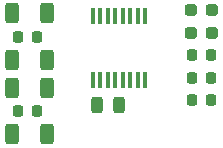
<source format=gtp>
G04 #@! TF.GenerationSoftware,KiCad,Pcbnew,8.0.2*
G04 #@! TF.CreationDate,2024-05-02T19:27:24+02:00*
G04 #@! TF.ProjectId,VR-Conditioner-MAX9926+reg,56522d43-6f6e-4646-9974-696f6e65722d,3.7*
G04 #@! TF.SameCoordinates,PX68c4118PY713e7a8*
G04 #@! TF.FileFunction,Paste,Top*
G04 #@! TF.FilePolarity,Positive*
%FSLAX46Y46*%
G04 Gerber Fmt 4.6, Leading zero omitted, Abs format (unit mm)*
G04 Created by KiCad (PCBNEW 8.0.2) date 2024-05-02 19:27:24*
%MOMM*%
%LPD*%
G01*
G04 APERTURE LIST*
G04 Aperture macros list*
%AMRoundRect*
0 Rectangle with rounded corners*
0 $1 Rounding radius*
0 $2 $3 $4 $5 $6 $7 $8 $9 X,Y pos of 4 corners*
0 Add a 4 corners polygon primitive as box body*
4,1,4,$2,$3,$4,$5,$6,$7,$8,$9,$2,$3,0*
0 Add four circle primitives for the rounded corners*
1,1,$1+$1,$2,$3*
1,1,$1+$1,$4,$5*
1,1,$1+$1,$6,$7*
1,1,$1+$1,$8,$9*
0 Add four rect primitives between the rounded corners*
20,1,$1+$1,$2,$3,$4,$5,0*
20,1,$1+$1,$4,$5,$6,$7,0*
20,1,$1+$1,$6,$7,$8,$9,0*
20,1,$1+$1,$8,$9,$2,$3,0*%
G04 Aperture macros list end*
%ADD10RoundRect,0.218750X0.218750X0.256250X-0.218750X0.256250X-0.218750X-0.256250X0.218750X-0.256250X0*%
%ADD11RoundRect,0.218750X-0.218750X-0.256250X0.218750X-0.256250X0.218750X0.256250X-0.218750X0.256250X0*%
%ADD12RoundRect,0.243750X-0.243750X-0.456250X0.243750X-0.456250X0.243750X0.456250X-0.243750X0.456250X0*%
%ADD13R,0.354800X1.454899*%
%ADD14RoundRect,0.237500X0.287500X0.237500X-0.287500X0.237500X-0.287500X-0.237500X0.287500X-0.237500X0*%
%ADD15RoundRect,0.250000X-0.312500X-0.625000X0.312500X-0.625000X0.312500X0.625000X-0.312500X0.625000X0*%
G04 APERTURE END LIST*
D10*
G04 #@! TO.C,C20*
X4483000Y8001000D03*
X6058000Y8001000D03*
G04 #@! TD*
D11*
G04 #@! TO.C,C10*
X6058000Y14287500D03*
X4483000Y14287500D03*
G04 #@! TD*
D12*
G04 #@! TO.C,C4*
X13002500Y8509000D03*
X11127500Y8509000D03*
G04 #@! TD*
D10*
G04 #@! TO.C,C3*
X19215000Y12700000D03*
X20790000Y12700000D03*
G04 #@! TD*
G04 #@! TO.C,C2*
X19215000Y10795000D03*
X20790000Y10795000D03*
G04 #@! TD*
G04 #@! TO.C,C1*
X19215000Y8890000D03*
X20790000Y8890000D03*
G04 #@! TD*
D13*
G04 #@! TO.C,U1*
X15240000Y10613652D03*
X14605000Y10613652D03*
X13970000Y10613652D03*
X13335000Y10613652D03*
X12700000Y10613652D03*
X12065000Y10613652D03*
X11430000Y10613652D03*
X10795000Y10613652D03*
X10795000Y16056348D03*
X11430000Y16056348D03*
X12065000Y16056348D03*
X12700000Y16056348D03*
X13335000Y16056348D03*
X13970000Y16056348D03*
X14605000Y16056348D03*
X15240000Y16056348D03*
G04 #@! TD*
D14*
G04 #@! TO.C,R20*
X19127500Y14605000D03*
X20877500Y14605000D03*
G04 #@! TD*
G04 #@! TO.C,R10*
X19127500Y16510000D03*
X20877500Y16510000D03*
G04 #@! TD*
D15*
G04 #@! TO.C,R1*
X6860000Y12319000D03*
X3935000Y12319000D03*
G04 #@! TD*
G04 #@! TO.C,R2*
X3935000Y6032500D03*
X6860000Y6032500D03*
G04 #@! TD*
G04 #@! TO.C,R3*
X6860000Y9969500D03*
X3935000Y9969500D03*
G04 #@! TD*
G04 #@! TO.C,R12*
X3935000Y16256000D03*
X6860000Y16256000D03*
G04 #@! TD*
M02*

</source>
